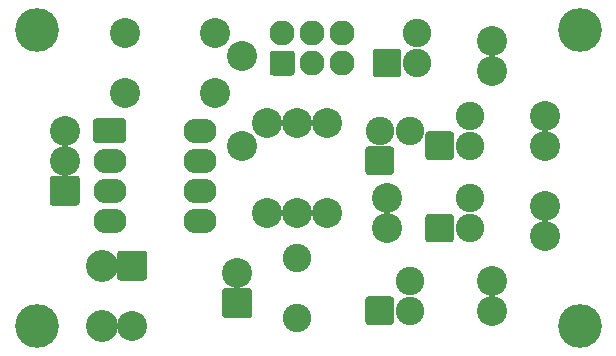
<source format=gbs>
G04 #@! TF.GenerationSoftware,KiCad,Pcbnew,(5.1.12)-1*
G04 #@! TF.CreationDate,2022-05-10T20:13:38+01:00*
G04 #@! TF.ProjectId,TV_B_Gone_ML_v1_3,54565f42-5f47-46f6-9e65-5f4d4c5f7631,rev?*
G04 #@! TF.SameCoordinates,Original*
G04 #@! TF.FileFunction,Soldermask,Bot*
G04 #@! TF.FilePolarity,Negative*
%FSLAX46Y46*%
G04 Gerber Fmt 4.6, Leading zero omitted, Abs format (unit mm)*
G04 Created by KiCad (PCBNEW (5.1.12)-1) date 2022-05-10 20:13:38*
%MOMM*%
%LPD*%
G01*
G04 APERTURE LIST*
%ADD10C,3.708000*%
%ADD11C,2.540000*%
%ADD12O,2.794000X2.082800*%
%ADD13C,2.108200*%
%ADD14C,2.413000*%
%ADD15C,2.707640*%
G04 APERTURE END LIST*
D10*
X39534997Y-59455001D03*
X85534997Y-59455000D03*
X85534997Y-84455000D03*
X39534997Y-84455000D03*
D11*
X41910000Y-67945000D03*
X41910000Y-70485000D03*
G36*
G01*
X42926000Y-74295000D02*
X40894000Y-74295000D01*
G75*
G02*
X40640000Y-74041000I0J254000D01*
G01*
X40640000Y-72009000D01*
G75*
G02*
X40894000Y-71755000I254000J0D01*
G01*
X42926000Y-71755000D01*
G75*
G02*
X43180000Y-72009000I0J-254000D01*
G01*
X43180000Y-74041000D01*
G75*
G02*
X42926000Y-74295000I-254000J0D01*
G01*
G37*
X54610000Y-59690000D03*
X54610000Y-64770000D03*
X46990000Y-59690000D03*
X46990000Y-64770000D03*
X59055000Y-74930000D03*
X59055000Y-67310000D03*
X61595000Y-67310000D03*
X61595000Y-74930000D03*
X56896000Y-61595000D03*
X56896000Y-69215000D03*
X64135000Y-74930000D03*
X64135000Y-67310000D03*
G36*
G01*
X44577000Y-66903600D02*
X46863000Y-66903600D01*
G75*
G02*
X47117000Y-67157600I0J-254000D01*
G01*
X47117000Y-68732400D01*
G75*
G02*
X46863000Y-68986400I-254000J0D01*
G01*
X44577000Y-68986400D01*
G75*
G02*
X44323000Y-68732400I0J254000D01*
G01*
X44323000Y-67157600D01*
G75*
G02*
X44577000Y-66903600I254000J0D01*
G01*
G37*
D12*
X45720000Y-70485000D03*
X45720000Y-73025000D03*
X45720000Y-75565000D03*
X53340000Y-75565000D03*
X53340000Y-73025000D03*
X53340000Y-70485000D03*
X53340000Y-67945000D03*
D13*
X65405000Y-59690000D03*
X65405000Y-62230000D03*
X62865000Y-59690000D03*
X62865000Y-62230000D03*
X60325000Y-59690000D03*
G36*
G01*
X59270900Y-63030100D02*
X59270900Y-61429900D01*
G75*
G02*
X59524900Y-61175900I254000J0D01*
G01*
X61125100Y-61175900D01*
G75*
G02*
X61379100Y-61429900I0J-254000D01*
G01*
X61379100Y-63030100D01*
G75*
G02*
X61125100Y-63284100I-254000J0D01*
G01*
X59524900Y-63284100D01*
G75*
G02*
X59270900Y-63030100I0J254000D01*
G01*
G37*
D14*
X71755000Y-59690000D03*
X71755000Y-62230000D03*
G36*
G01*
X70421500Y-61277500D02*
X70421500Y-63182500D01*
G75*
G02*
X70167500Y-63436500I-254000J0D01*
G01*
X68262500Y-63436500D01*
G75*
G02*
X68008500Y-63182500I0J254000D01*
G01*
X68008500Y-61277500D01*
G75*
G02*
X68262500Y-61023500I254000J0D01*
G01*
X70167500Y-61023500D01*
G75*
G02*
X70421500Y-61277500I0J-254000D01*
G01*
G37*
X76200000Y-66675000D03*
X76200000Y-69215000D03*
G36*
G01*
X74866500Y-68262500D02*
X74866500Y-70167500D01*
G75*
G02*
X74612500Y-70421500I-254000J0D01*
G01*
X72707500Y-70421500D01*
G75*
G02*
X72453500Y-70167500I0J254000D01*
G01*
X72453500Y-68262500D01*
G75*
G02*
X72707500Y-68008500I254000J0D01*
G01*
X74612500Y-68008500D01*
G75*
G02*
X74866500Y-68262500I0J-254000D01*
G01*
G37*
X76200000Y-73660000D03*
X76200000Y-76200000D03*
G36*
G01*
X74866500Y-75247500D02*
X74866500Y-77152500D01*
G75*
G02*
X74612500Y-77406500I-254000J0D01*
G01*
X72707500Y-77406500D01*
G75*
G02*
X72453500Y-77152500I0J254000D01*
G01*
X72453500Y-75247500D01*
G75*
G02*
X72707500Y-74993500I254000J0D01*
G01*
X74612500Y-74993500D01*
G75*
G02*
X74866500Y-75247500I0J-254000D01*
G01*
G37*
X71120000Y-80645000D03*
X71120000Y-83185000D03*
G36*
G01*
X69786500Y-82232500D02*
X69786500Y-84137500D01*
G75*
G02*
X69532500Y-84391500I-254000J0D01*
G01*
X67627500Y-84391500D01*
G75*
G02*
X67373500Y-84137500I0J254000D01*
G01*
X67373500Y-82232500D01*
G75*
G02*
X67627500Y-81978500I254000J0D01*
G01*
X69532500Y-81978500D01*
G75*
G02*
X69786500Y-82232500I0J-254000D01*
G01*
G37*
G36*
G01*
X67373500Y-71437500D02*
X67373500Y-69532500D01*
G75*
G02*
X67627500Y-69278500I254000J0D01*
G01*
X69532500Y-69278500D01*
G75*
G02*
X69786500Y-69532500I0J-254000D01*
G01*
X69786500Y-71437500D01*
G75*
G02*
X69532500Y-71691500I-254000J0D01*
G01*
X67627500Y-71691500D01*
G75*
G02*
X67373500Y-71437500I0J254000D01*
G01*
G37*
X71120000Y-67945000D03*
X68580000Y-67945000D03*
D11*
X69215000Y-73660000D03*
X69215000Y-76200000D03*
X78105000Y-80645000D03*
X78105000Y-83185000D03*
X82550000Y-74295000D03*
X82550000Y-76835000D03*
X82550000Y-66675000D03*
X82550000Y-69215000D03*
X78105000Y-60325000D03*
X78105000Y-62865000D03*
G36*
G01*
X57531000Y-83820000D02*
X55499000Y-83820000D01*
G75*
G02*
X55245000Y-83566000I0J254000D01*
G01*
X55245000Y-81534000D01*
G75*
G02*
X55499000Y-81280000I254000J0D01*
G01*
X57531000Y-81280000D01*
G75*
G02*
X57785000Y-81534000I0J-254000D01*
G01*
X57785000Y-83566000D01*
G75*
G02*
X57531000Y-83820000I-254000J0D01*
G01*
G37*
X56515000Y-80010000D03*
D14*
X61595000Y-78740000D03*
X61595000Y-83820000D03*
G36*
G01*
X46609000Y-78105000D02*
X48641000Y-78105000D01*
G75*
G02*
X48895000Y-78359000I0J-254000D01*
G01*
X48895000Y-80391000D01*
G75*
G02*
X48641000Y-80645000I-254000J0D01*
G01*
X46609000Y-80645000D01*
G75*
G02*
X46355000Y-80391000I0J254000D01*
G01*
X46355000Y-78359000D01*
G75*
G02*
X46609000Y-78105000I254000J0D01*
G01*
G37*
D11*
X47625000Y-84455000D03*
D15*
X45085000Y-79375000D03*
X45085000Y-84455000D03*
M02*

</source>
